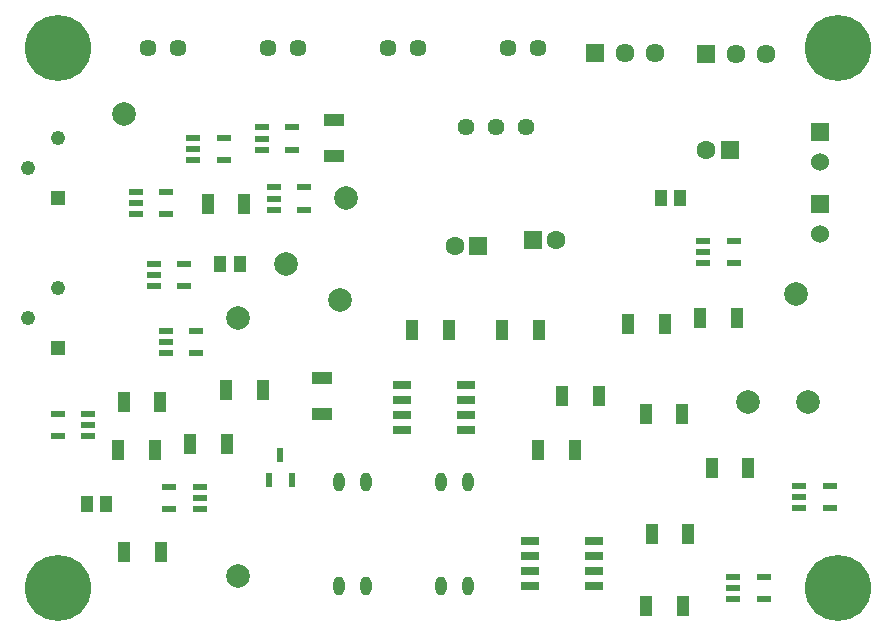
<source format=gbr>
%TF.GenerationSoftware,KiCad,Pcbnew,8.0.2*%
%TF.CreationDate,2024-06-16T16:42:44+02:00*%
%TF.ProjectId,bspdv3,62737064-7633-42e6-9b69-6361645f7063,rev?*%
%TF.SameCoordinates,Original*%
%TF.FileFunction,Soldermask,Top*%
%TF.FilePolarity,Negative*%
%FSLAX46Y46*%
G04 Gerber Fmt 4.6, Leading zero omitted, Abs format (unit mm)*
G04 Created by KiCad (PCBNEW 8.0.2) date 2024-06-16 16:42:44*
%MOMM*%
%LPD*%
G01*
G04 APERTURE LIST*
%ADD10C,5.600000*%
%ADD11R,1.050000X1.800000*%
%ADD12R,1.150000X0.600000*%
%ADD13C,2.000000*%
%ADD14R,1.600000X1.600000*%
%ADD15C,1.600000*%
%ADD16C,1.447000*%
%ADD17R,1.800000X1.050000*%
%ADD18C,1.440000*%
%ADD19R,1.217000X1.217000*%
%ADD20C,1.217000*%
%ADD21R,1.530000X1.530000*%
%ADD22C,1.530000*%
%ADD23R,1.610000X1.610000*%
%ADD24C,1.610000*%
%ADD25R,1.070000X1.470000*%
%ADD26R,0.600000X1.300000*%
%ADD27O,0.950000X1.600000*%
%ADD28R,1.528000X0.650000*%
G04 APERTURE END LIST*
D10*
%TO.C,M4*%
X88900000Y-66040000D03*
%TD*%
D11*
%TO.C,R5*%
X28422000Y-62992000D03*
X31522000Y-62992000D03*
%TD*%
D10*
%TO.C,M3*%
X22860000Y-66040000D03*
%TD*%
D12*
%TO.C,G6*%
X40072000Y-27056000D03*
X40072000Y-28006000D03*
X40072000Y-28956000D03*
X42672000Y-28956000D03*
X42672000Y-27056000D03*
%TD*%
D11*
%TO.C,R14*%
X72592000Y-51308000D03*
X75692000Y-51308000D03*
%TD*%
D13*
%TO.C,TP1*%
X28448000Y-25908000D03*
%TD*%
D12*
%TO.C,CP3*%
X25400000Y-53208000D03*
X25400000Y-52258000D03*
X25400000Y-51308000D03*
X22800000Y-51308000D03*
X22800000Y-53208000D03*
%TD*%
%TO.C,CP4*%
X77440000Y-36642000D03*
X77440000Y-37592000D03*
X77440000Y-38542000D03*
X80040000Y-38542000D03*
X80040000Y-36642000D03*
%TD*%
D11*
%TO.C,R3*%
X28396000Y-50292000D03*
X31496000Y-50292000D03*
%TD*%
D12*
%TO.C,CP2*%
X30928000Y-38608000D03*
X30928000Y-39558000D03*
X30928000Y-40508000D03*
X33528000Y-40508000D03*
X33528000Y-38608000D03*
%TD*%
%TO.C,G2*%
X34828000Y-59370000D03*
X34828000Y-58420000D03*
X34828000Y-57470000D03*
X32228000Y-57470000D03*
X32228000Y-59370000D03*
%TD*%
%TO.C,CP1*%
X34260000Y-27940000D03*
X34260000Y-28890000D03*
X34260000Y-29840000D03*
X36860000Y-29840000D03*
X36860000Y-27940000D03*
%TD*%
D14*
%TO.C,C1*%
X58420000Y-37084000D03*
D15*
X56420000Y-37084000D03*
%TD*%
D12*
%TO.C,G3*%
X29404000Y-32512000D03*
X29404000Y-33462000D03*
X29404000Y-34412000D03*
X32004000Y-34412000D03*
X32004000Y-32512000D03*
%TD*%
D16*
%TO.C,LED2*%
X40640000Y-20320000D03*
X43180000Y-20320000D03*
%TD*%
D11*
%TO.C,R6*%
X35508000Y-33528000D03*
X38608000Y-33528000D03*
%TD*%
D17*
%TO.C,R10*%
X46228000Y-26416000D03*
X46228000Y-29516000D03*
%TD*%
D18*
%TO.C,U2*%
X62484000Y-27024000D03*
X59944000Y-27024000D03*
X57404000Y-27024000D03*
%TD*%
D12*
%TO.C,G5*%
X41088000Y-32136000D03*
X41088000Y-33086000D03*
X41088000Y-34036000D03*
X43688000Y-34036000D03*
X43688000Y-32136000D03*
%TD*%
D19*
%TO.C,RV2*%
X22860000Y-33020000D03*
D20*
X20320000Y-30480000D03*
X22860000Y-27940000D03*
%TD*%
D14*
%TO.C,C5*%
X63024000Y-36576000D03*
D15*
X65024000Y-36576000D03*
%TD*%
D16*
%TO.C,LED1*%
X50800000Y-20320000D03*
X53340000Y-20320000D03*
%TD*%
D11*
%TO.C,R4*%
X31040000Y-54356000D03*
X27940000Y-54356000D03*
%TD*%
D10*
%TO.C,M1*%
X22860000Y-20320000D03*
%TD*%
D11*
%TO.C,R17*%
X63474000Y-54356000D03*
X66574000Y-54356000D03*
%TD*%
D21*
%TO.C,J4*%
X87376000Y-27432000D03*
D22*
X87376000Y-29972000D03*
%TD*%
D12*
%TO.C,G7*%
X85568000Y-57404000D03*
X85568000Y-58354000D03*
X85568000Y-59304000D03*
X88168000Y-59304000D03*
X88168000Y-57404000D03*
%TD*%
D23*
%TO.C,J2*%
X77724000Y-20828000D03*
D24*
X80264000Y-20828000D03*
X82804000Y-20828000D03*
%TD*%
D13*
%TO.C,TP9*%
X81280000Y-50292000D03*
%TD*%
D11*
%TO.C,R1*%
X34010000Y-53848000D03*
X37110000Y-53848000D03*
%TD*%
%TO.C,R16*%
X60426000Y-44196000D03*
X63526000Y-44196000D03*
%TD*%
%TO.C,R9*%
X80316000Y-43180000D03*
X77216000Y-43180000D03*
%TD*%
D13*
%TO.C,TP6*%
X42164000Y-38608000D03*
%TD*%
D10*
%TO.C,M2*%
X88900000Y-20320000D03*
%TD*%
D11*
%TO.C,R13*%
X65506000Y-49784000D03*
X68606000Y-49784000D03*
%TD*%
D13*
%TO.C,TP2*%
X38100000Y-43180000D03*
%TD*%
D11*
%TO.C,R11*%
X73100000Y-61468000D03*
X76200000Y-61468000D03*
%TD*%
D25*
%TO.C,C2*%
X26924000Y-58928000D03*
X25284000Y-58928000D03*
%TD*%
D11*
%TO.C,R15*%
X72618000Y-67564000D03*
X75718000Y-67564000D03*
%TD*%
%TO.C,R12*%
X52806000Y-44196000D03*
X55906000Y-44196000D03*
%TD*%
D16*
%TO.C,LED3*%
X30480000Y-20320000D03*
X33020000Y-20320000D03*
%TD*%
D11*
%TO.C,R18*%
X78180000Y-55880000D03*
X81280000Y-55880000D03*
%TD*%
D13*
%TO.C,TP4*%
X38100000Y-65024000D03*
%TD*%
D26*
%TO.C,Q1*%
X40706000Y-56930000D03*
X42606000Y-56930000D03*
X41656000Y-54830000D03*
%TD*%
D27*
%TO.C,K1*%
X46609000Y-65868000D03*
X48895000Y-65868000D03*
X48895000Y-57068000D03*
X46609000Y-57068000D03*
%TD*%
D12*
%TO.C,G1*%
X31944000Y-44262000D03*
X31944000Y-45212000D03*
X31944000Y-46162000D03*
X34544000Y-46162000D03*
X34544000Y-44262000D03*
%TD*%
%TO.C,G4*%
X79980000Y-65090000D03*
X79980000Y-66040000D03*
X79980000Y-66990000D03*
X82580000Y-66990000D03*
X82580000Y-65090000D03*
%TD*%
D25*
%TO.C,C3*%
X36576000Y-38608000D03*
X38216000Y-38608000D03*
%TD*%
D14*
%TO.C,C4*%
X79724000Y-28956000D03*
D15*
X77724000Y-28956000D03*
%TD*%
D25*
%TO.C,C6*%
X73856000Y-33020000D03*
X75496000Y-33020000D03*
%TD*%
D23*
%TO.C,J1*%
X68317000Y-20753000D03*
D24*
X70857000Y-20753000D03*
X73397000Y-20753000D03*
%TD*%
D28*
%TO.C,CP5*%
X51982000Y-48895000D03*
X51982000Y-50165000D03*
X51982000Y-51435000D03*
X51982000Y-52705000D03*
X57404000Y-52705000D03*
X57404000Y-51435000D03*
X57404000Y-50165000D03*
X57404000Y-48895000D03*
%TD*%
D13*
%TO.C,TP3*%
X46736000Y-41656000D03*
%TD*%
%TO.C,TP8*%
X86360000Y-50292000D03*
%TD*%
%TO.C,TP5*%
X85344000Y-41148000D03*
%TD*%
D11*
%TO.C,R8*%
X71120000Y-43688000D03*
X74220000Y-43688000D03*
%TD*%
D13*
%TO.C,TP7*%
X47244000Y-33020000D03*
%TD*%
D19*
%TO.C,RV1*%
X22860000Y-45720000D03*
D20*
X20320000Y-43180000D03*
X22860000Y-40640000D03*
%TD*%
D17*
%TO.C,R2*%
X45212000Y-51360000D03*
X45212000Y-48260000D03*
%TD*%
D28*
%TO.C,CP6*%
X62821000Y-62103000D03*
X62821000Y-63373000D03*
X62821000Y-64643000D03*
X62821000Y-65913000D03*
X68243000Y-65913000D03*
X68243000Y-64643000D03*
X68243000Y-63373000D03*
X68243000Y-62103000D03*
%TD*%
D21*
%TO.C,J3*%
X87376000Y-33528000D03*
D22*
X87376000Y-36068000D03*
%TD*%
D27*
%TO.C,K2*%
X55245000Y-65868000D03*
X57531000Y-65868000D03*
X57531000Y-57068000D03*
X55245000Y-57068000D03*
%TD*%
D11*
%TO.C,R7*%
X40158000Y-49276000D03*
X37058000Y-49276000D03*
%TD*%
D16*
%TO.C,LED4*%
X60960000Y-20320000D03*
X63500000Y-20320000D03*
%TD*%
M02*

</source>
